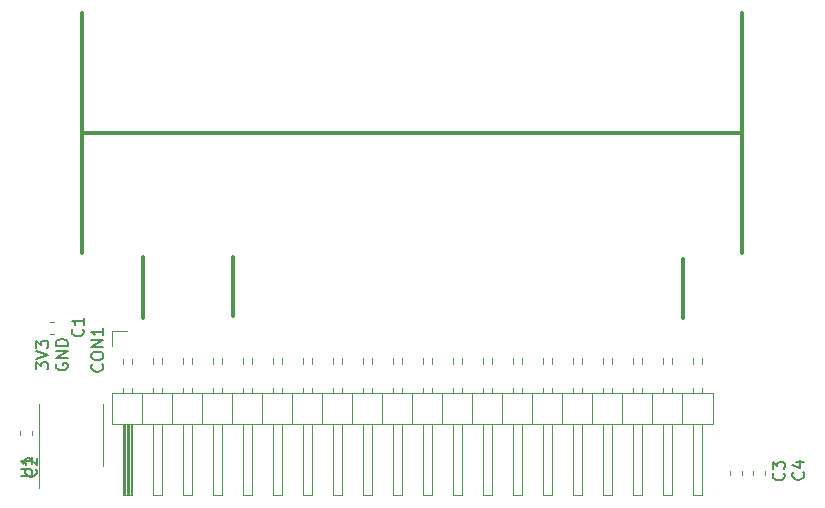
<source format=gto>
G04 #@! TF.GenerationSoftware,KiCad,Pcbnew,(5.1.4-0)*
G04 #@! TF.CreationDate,2019-11-08T19:26:01-06:00*
G04 #@! TF.ProjectId,cartprotoboardmini,63617274-7072-46f7-946f-626f6172646d,rev?*
G04 #@! TF.SameCoordinates,Original*
G04 #@! TF.FileFunction,Legend,Top*
G04 #@! TF.FilePolarity,Positive*
%FSLAX46Y46*%
G04 Gerber Fmt 4.6, Leading zero omitted, Abs format (unit mm)*
G04 Created by KiCad (PCBNEW (5.1.4-0)) date 2019-11-08 19:26:01*
%MOMM*%
%LPD*%
G04 APERTURE LIST*
%ADD10C,0.300000*%
%ADD11C,0.150000*%
%ADD12C,0.120000*%
G04 APERTURE END LIST*
D10*
X113284000Y-63754000D02*
X113284000Y-68897500D01*
X120904000Y-68770500D02*
X120904000Y-63754000D01*
X159004000Y-63881000D02*
X159004000Y-68897500D01*
D11*
X104291380Y-73247095D02*
X104291380Y-72628047D01*
X104672333Y-72961380D01*
X104672333Y-72818523D01*
X104719952Y-72723285D01*
X104767571Y-72675666D01*
X104862809Y-72628047D01*
X105100904Y-72628047D01*
X105196142Y-72675666D01*
X105243761Y-72723285D01*
X105291380Y-72818523D01*
X105291380Y-73104238D01*
X105243761Y-73199476D01*
X105196142Y-73247095D01*
X104291380Y-72342333D02*
X105291380Y-72009000D01*
X104291380Y-71675666D01*
X104291380Y-71437571D02*
X104291380Y-70818523D01*
X104672333Y-71151857D01*
X104672333Y-71009000D01*
X104719952Y-70913761D01*
X104767571Y-70866142D01*
X104862809Y-70818523D01*
X105100904Y-70818523D01*
X105196142Y-70866142D01*
X105243761Y-70913761D01*
X105291380Y-71009000D01*
X105291380Y-71294714D01*
X105243761Y-71389952D01*
X105196142Y-71437571D01*
X105989000Y-72770904D02*
X105941380Y-72866142D01*
X105941380Y-73009000D01*
X105989000Y-73151857D01*
X106084238Y-73247095D01*
X106179476Y-73294714D01*
X106369952Y-73342333D01*
X106512809Y-73342333D01*
X106703285Y-73294714D01*
X106798523Y-73247095D01*
X106893761Y-73151857D01*
X106941380Y-73009000D01*
X106941380Y-72913761D01*
X106893761Y-72770904D01*
X106846142Y-72723285D01*
X106512809Y-72723285D01*
X106512809Y-72913761D01*
X106941380Y-72294714D02*
X105941380Y-72294714D01*
X106941380Y-71723285D01*
X105941380Y-71723285D01*
X106941380Y-71247095D02*
X105941380Y-71247095D01*
X105941380Y-71009000D01*
X105989000Y-70866142D01*
X106084238Y-70770904D01*
X106179476Y-70723285D01*
X106369952Y-70675666D01*
X106512809Y-70675666D01*
X106703285Y-70723285D01*
X106798523Y-70770904D01*
X106893761Y-70866142D01*
X106941380Y-71009000D01*
X106941380Y-71247095D01*
D10*
X108140500Y-43100000D02*
X108140500Y-63373000D01*
X164030000Y-53225000D02*
X108150000Y-53225000D01*
X164020500Y-43100000D02*
X164020500Y-63373000D01*
D12*
X110670000Y-75240000D02*
X161590000Y-75240000D01*
X161590000Y-75240000D02*
X161590000Y-77900000D01*
X161590000Y-77900000D02*
X110670000Y-77900000D01*
X110670000Y-77900000D02*
X110670000Y-75240000D01*
X111620000Y-77900000D02*
X111620000Y-83900000D01*
X111620000Y-83900000D02*
X112380000Y-83900000D01*
X112380000Y-83900000D02*
X112380000Y-77900000D01*
X111680000Y-77900000D02*
X111680000Y-83900000D01*
X111800000Y-77900000D02*
X111800000Y-83900000D01*
X111920000Y-77900000D02*
X111920000Y-83900000D01*
X112040000Y-77900000D02*
X112040000Y-83900000D01*
X112160000Y-77900000D02*
X112160000Y-83900000D01*
X112280000Y-77900000D02*
X112280000Y-83900000D01*
X111620000Y-74842929D02*
X111620000Y-75240000D01*
X112380000Y-74842929D02*
X112380000Y-75240000D01*
X111620000Y-72370000D02*
X111620000Y-72757071D01*
X112380000Y-72370000D02*
X112380000Y-72757071D01*
X113270000Y-75240000D02*
X113270000Y-77900000D01*
X114160000Y-77900000D02*
X114160000Y-83900000D01*
X114160000Y-83900000D02*
X114920000Y-83900000D01*
X114920000Y-83900000D02*
X114920000Y-77900000D01*
X114160000Y-74842929D02*
X114160000Y-75240000D01*
X114920000Y-74842929D02*
X114920000Y-75240000D01*
X114160000Y-72302929D02*
X114160000Y-72757071D01*
X114920000Y-72302929D02*
X114920000Y-72757071D01*
X115810000Y-75240000D02*
X115810000Y-77900000D01*
X116700000Y-77900000D02*
X116700000Y-83900000D01*
X116700000Y-83900000D02*
X117460000Y-83900000D01*
X117460000Y-83900000D02*
X117460000Y-77900000D01*
X116700000Y-74842929D02*
X116700000Y-75240000D01*
X117460000Y-74842929D02*
X117460000Y-75240000D01*
X116700000Y-72302929D02*
X116700000Y-72757071D01*
X117460000Y-72302929D02*
X117460000Y-72757071D01*
X118350000Y-75240000D02*
X118350000Y-77900000D01*
X119240000Y-77900000D02*
X119240000Y-83900000D01*
X119240000Y-83900000D02*
X120000000Y-83900000D01*
X120000000Y-83900000D02*
X120000000Y-77900000D01*
X119240000Y-74842929D02*
X119240000Y-75240000D01*
X120000000Y-74842929D02*
X120000000Y-75240000D01*
X119240000Y-72302929D02*
X119240000Y-72757071D01*
X120000000Y-72302929D02*
X120000000Y-72757071D01*
X120890000Y-75240000D02*
X120890000Y-77900000D01*
X121780000Y-77900000D02*
X121780000Y-83900000D01*
X121780000Y-83900000D02*
X122540000Y-83900000D01*
X122540000Y-83900000D02*
X122540000Y-77900000D01*
X121780000Y-74842929D02*
X121780000Y-75240000D01*
X122540000Y-74842929D02*
X122540000Y-75240000D01*
X121780000Y-72302929D02*
X121780000Y-72757071D01*
X122540000Y-72302929D02*
X122540000Y-72757071D01*
X123430000Y-75240000D02*
X123430000Y-77900000D01*
X124320000Y-77900000D02*
X124320000Y-83900000D01*
X124320000Y-83900000D02*
X125080000Y-83900000D01*
X125080000Y-83900000D02*
X125080000Y-77900000D01*
X124320000Y-74842929D02*
X124320000Y-75240000D01*
X125080000Y-74842929D02*
X125080000Y-75240000D01*
X124320000Y-72302929D02*
X124320000Y-72757071D01*
X125080000Y-72302929D02*
X125080000Y-72757071D01*
X125970000Y-75240000D02*
X125970000Y-77900000D01*
X126860000Y-77900000D02*
X126860000Y-83900000D01*
X126860000Y-83900000D02*
X127620000Y-83900000D01*
X127620000Y-83900000D02*
X127620000Y-77900000D01*
X126860000Y-74842929D02*
X126860000Y-75240000D01*
X127620000Y-74842929D02*
X127620000Y-75240000D01*
X126860000Y-72302929D02*
X126860000Y-72757071D01*
X127620000Y-72302929D02*
X127620000Y-72757071D01*
X128510000Y-75240000D02*
X128510000Y-77900000D01*
X129400000Y-77900000D02*
X129400000Y-83900000D01*
X129400000Y-83900000D02*
X130160000Y-83900000D01*
X130160000Y-83900000D02*
X130160000Y-77900000D01*
X129400000Y-74842929D02*
X129400000Y-75240000D01*
X130160000Y-74842929D02*
X130160000Y-75240000D01*
X129400000Y-72302929D02*
X129400000Y-72757071D01*
X130160000Y-72302929D02*
X130160000Y-72757071D01*
X131050000Y-75240000D02*
X131050000Y-77900000D01*
X131940000Y-77900000D02*
X131940000Y-83900000D01*
X131940000Y-83900000D02*
X132700000Y-83900000D01*
X132700000Y-83900000D02*
X132700000Y-77900000D01*
X131940000Y-74842929D02*
X131940000Y-75240000D01*
X132700000Y-74842929D02*
X132700000Y-75240000D01*
X131940000Y-72302929D02*
X131940000Y-72757071D01*
X132700000Y-72302929D02*
X132700000Y-72757071D01*
X133590000Y-75240000D02*
X133590000Y-77900000D01*
X134480000Y-77900000D02*
X134480000Y-83900000D01*
X134480000Y-83900000D02*
X135240000Y-83900000D01*
X135240000Y-83900000D02*
X135240000Y-77900000D01*
X134480000Y-74842929D02*
X134480000Y-75240000D01*
X135240000Y-74842929D02*
X135240000Y-75240000D01*
X134480000Y-72302929D02*
X134480000Y-72757071D01*
X135240000Y-72302929D02*
X135240000Y-72757071D01*
X136130000Y-75240000D02*
X136130000Y-77900000D01*
X137020000Y-77900000D02*
X137020000Y-83900000D01*
X137020000Y-83900000D02*
X137780000Y-83900000D01*
X137780000Y-83900000D02*
X137780000Y-77900000D01*
X137020000Y-74842929D02*
X137020000Y-75240000D01*
X137780000Y-74842929D02*
X137780000Y-75240000D01*
X137020000Y-72302929D02*
X137020000Y-72757071D01*
X137780000Y-72302929D02*
X137780000Y-72757071D01*
X138670000Y-75240000D02*
X138670000Y-77900000D01*
X139560000Y-77900000D02*
X139560000Y-83900000D01*
X139560000Y-83900000D02*
X140320000Y-83900000D01*
X140320000Y-83900000D02*
X140320000Y-77900000D01*
X139560000Y-74842929D02*
X139560000Y-75240000D01*
X140320000Y-74842929D02*
X140320000Y-75240000D01*
X139560000Y-72302929D02*
X139560000Y-72757071D01*
X140320000Y-72302929D02*
X140320000Y-72757071D01*
X141210000Y-75240000D02*
X141210000Y-77900000D01*
X142100000Y-77900000D02*
X142100000Y-83900000D01*
X142100000Y-83900000D02*
X142860000Y-83900000D01*
X142860000Y-83900000D02*
X142860000Y-77900000D01*
X142100000Y-74842929D02*
X142100000Y-75240000D01*
X142860000Y-74842929D02*
X142860000Y-75240000D01*
X142100000Y-72302929D02*
X142100000Y-72757071D01*
X142860000Y-72302929D02*
X142860000Y-72757071D01*
X143750000Y-75240000D02*
X143750000Y-77900000D01*
X144640000Y-77900000D02*
X144640000Y-83900000D01*
X144640000Y-83900000D02*
X145400000Y-83900000D01*
X145400000Y-83900000D02*
X145400000Y-77900000D01*
X144640000Y-74842929D02*
X144640000Y-75240000D01*
X145400000Y-74842929D02*
X145400000Y-75240000D01*
X144640000Y-72302929D02*
X144640000Y-72757071D01*
X145400000Y-72302929D02*
X145400000Y-72757071D01*
X146290000Y-75240000D02*
X146290000Y-77900000D01*
X147180000Y-77900000D02*
X147180000Y-83900000D01*
X147180000Y-83900000D02*
X147940000Y-83900000D01*
X147940000Y-83900000D02*
X147940000Y-77900000D01*
X147180000Y-74842929D02*
X147180000Y-75240000D01*
X147940000Y-74842929D02*
X147940000Y-75240000D01*
X147180000Y-72302929D02*
X147180000Y-72757071D01*
X147940000Y-72302929D02*
X147940000Y-72757071D01*
X148830000Y-75240000D02*
X148830000Y-77900000D01*
X149720000Y-77900000D02*
X149720000Y-83900000D01*
X149720000Y-83900000D02*
X150480000Y-83900000D01*
X150480000Y-83900000D02*
X150480000Y-77900000D01*
X149720000Y-74842929D02*
X149720000Y-75240000D01*
X150480000Y-74842929D02*
X150480000Y-75240000D01*
X149720000Y-72302929D02*
X149720000Y-72757071D01*
X150480000Y-72302929D02*
X150480000Y-72757071D01*
X151370000Y-75240000D02*
X151370000Y-77900000D01*
X152260000Y-77900000D02*
X152260000Y-83900000D01*
X152260000Y-83900000D02*
X153020000Y-83900000D01*
X153020000Y-83900000D02*
X153020000Y-77900000D01*
X152260000Y-74842929D02*
X152260000Y-75240000D01*
X153020000Y-74842929D02*
X153020000Y-75240000D01*
X152260000Y-72302929D02*
X152260000Y-72757071D01*
X153020000Y-72302929D02*
X153020000Y-72757071D01*
X153910000Y-75240000D02*
X153910000Y-77900000D01*
X154800000Y-77900000D02*
X154800000Y-83900000D01*
X154800000Y-83900000D02*
X155560000Y-83900000D01*
X155560000Y-83900000D02*
X155560000Y-77900000D01*
X154800000Y-74842929D02*
X154800000Y-75240000D01*
X155560000Y-74842929D02*
X155560000Y-75240000D01*
X154800000Y-72302929D02*
X154800000Y-72757071D01*
X155560000Y-72302929D02*
X155560000Y-72757071D01*
X156450000Y-75240000D02*
X156450000Y-77900000D01*
X157340000Y-77900000D02*
X157340000Y-83900000D01*
X157340000Y-83900000D02*
X158100000Y-83900000D01*
X158100000Y-83900000D02*
X158100000Y-77900000D01*
X157340000Y-74842929D02*
X157340000Y-75240000D01*
X158100000Y-74842929D02*
X158100000Y-75240000D01*
X157340000Y-72302929D02*
X157340000Y-72757071D01*
X158100000Y-72302929D02*
X158100000Y-72757071D01*
X158990000Y-75240000D02*
X158990000Y-77900000D01*
X159880000Y-77900000D02*
X159880000Y-83900000D01*
X159880000Y-83900000D02*
X160640000Y-83900000D01*
X160640000Y-83900000D02*
X160640000Y-77900000D01*
X159880000Y-74842929D02*
X159880000Y-75240000D01*
X160640000Y-74842929D02*
X160640000Y-75240000D01*
X159880000Y-72302929D02*
X159880000Y-72757071D01*
X160640000Y-72302929D02*
X160640000Y-72757071D01*
X112000000Y-69990000D02*
X110730000Y-69990000D01*
X110730000Y-69990000D02*
X110730000Y-71260000D01*
X102931500Y-78450221D02*
X102931500Y-78775779D01*
X103951500Y-78450221D02*
X103951500Y-78775779D01*
X105447221Y-69220000D02*
X105772779Y-69220000D01*
X105447221Y-70240000D02*
X105772779Y-70240000D01*
X164010000Y-81837221D02*
X164010000Y-82162779D01*
X162990000Y-81837221D02*
X162990000Y-82162779D01*
X104470000Y-78800000D02*
X104470000Y-83275000D01*
X104470000Y-78800000D02*
X104470000Y-76175000D01*
X109930000Y-78800000D02*
X109930000Y-81425000D01*
X109930000Y-78800000D02*
X109930000Y-76175000D01*
X164990000Y-81837221D02*
X164990000Y-82162779D01*
X166010000Y-81837221D02*
X166010000Y-82162779D01*
D11*
X109857142Y-72814285D02*
X109904761Y-72861904D01*
X109952380Y-73004761D01*
X109952380Y-73100000D01*
X109904761Y-73242857D01*
X109809523Y-73338095D01*
X109714285Y-73385714D01*
X109523809Y-73433333D01*
X109380952Y-73433333D01*
X109190476Y-73385714D01*
X109095238Y-73338095D01*
X109000000Y-73242857D01*
X108952380Y-73100000D01*
X108952380Y-73004761D01*
X109000000Y-72861904D01*
X109047619Y-72814285D01*
X108952380Y-72195238D02*
X108952380Y-72004761D01*
X109000000Y-71909523D01*
X109095238Y-71814285D01*
X109285714Y-71766666D01*
X109619047Y-71766666D01*
X109809523Y-71814285D01*
X109904761Y-71909523D01*
X109952380Y-72004761D01*
X109952380Y-72195238D01*
X109904761Y-72290476D01*
X109809523Y-72385714D01*
X109619047Y-72433333D01*
X109285714Y-72433333D01*
X109095238Y-72385714D01*
X109000000Y-72290476D01*
X108952380Y-72195238D01*
X109952380Y-71338095D02*
X108952380Y-71338095D01*
X109952380Y-70766666D01*
X108952380Y-70766666D01*
X109952380Y-69766666D02*
X109952380Y-70338095D01*
X109952380Y-70052380D02*
X108952380Y-70052380D01*
X109095238Y-70147619D01*
X109190476Y-70242857D01*
X109238095Y-70338095D01*
X104243142Y-81700666D02*
X104290761Y-81748285D01*
X104338380Y-81891142D01*
X104338380Y-81986380D01*
X104290761Y-82129238D01*
X104195523Y-82224476D01*
X104100285Y-82272095D01*
X103909809Y-82319714D01*
X103766952Y-82319714D01*
X103576476Y-82272095D01*
X103481238Y-82224476D01*
X103386000Y-82129238D01*
X103338380Y-81986380D01*
X103338380Y-81891142D01*
X103386000Y-81748285D01*
X103433619Y-81700666D01*
X103433619Y-81319714D02*
X103386000Y-81272095D01*
X103338380Y-81176857D01*
X103338380Y-80938761D01*
X103386000Y-80843523D01*
X103433619Y-80795904D01*
X103528857Y-80748285D01*
X103624095Y-80748285D01*
X103766952Y-80795904D01*
X104338380Y-81367333D01*
X104338380Y-80748285D01*
X108199142Y-69840166D02*
X108246761Y-69887785D01*
X108294380Y-70030642D01*
X108294380Y-70125880D01*
X108246761Y-70268738D01*
X108151523Y-70363976D01*
X108056285Y-70411595D01*
X107865809Y-70459214D01*
X107722952Y-70459214D01*
X107532476Y-70411595D01*
X107437238Y-70363976D01*
X107342000Y-70268738D01*
X107294380Y-70125880D01*
X107294380Y-70030642D01*
X107342000Y-69887785D01*
X107389619Y-69840166D01*
X108294380Y-68887785D02*
X108294380Y-69459214D01*
X108294380Y-69173500D02*
X107294380Y-69173500D01*
X107437238Y-69268738D01*
X107532476Y-69363976D01*
X107580095Y-69459214D01*
X167552642Y-82018166D02*
X167600261Y-82065785D01*
X167647880Y-82208642D01*
X167647880Y-82303880D01*
X167600261Y-82446738D01*
X167505023Y-82541976D01*
X167409785Y-82589595D01*
X167219309Y-82637214D01*
X167076452Y-82637214D01*
X166885976Y-82589595D01*
X166790738Y-82541976D01*
X166695500Y-82446738D01*
X166647880Y-82303880D01*
X166647880Y-82208642D01*
X166695500Y-82065785D01*
X166743119Y-82018166D01*
X166647880Y-81684833D02*
X166647880Y-81065785D01*
X167028833Y-81399119D01*
X167028833Y-81256261D01*
X167076452Y-81161023D01*
X167124071Y-81113404D01*
X167219309Y-81065785D01*
X167457404Y-81065785D01*
X167552642Y-81113404D01*
X167600261Y-81161023D01*
X167647880Y-81256261D01*
X167647880Y-81541976D01*
X167600261Y-81637214D01*
X167552642Y-81684833D01*
X102952380Y-82261904D02*
X103761904Y-82261904D01*
X103857142Y-82214285D01*
X103904761Y-82166666D01*
X103952380Y-82071428D01*
X103952380Y-81880952D01*
X103904761Y-81785714D01*
X103857142Y-81738095D01*
X103761904Y-81690476D01*
X102952380Y-81690476D01*
X103952380Y-80690476D02*
X103952380Y-81261904D01*
X103952380Y-80976190D02*
X102952380Y-80976190D01*
X103095238Y-81071428D01*
X103190476Y-81166666D01*
X103238095Y-81261904D01*
X169203642Y-81954666D02*
X169251261Y-82002285D01*
X169298880Y-82145142D01*
X169298880Y-82240380D01*
X169251261Y-82383238D01*
X169156023Y-82478476D01*
X169060785Y-82526095D01*
X168870309Y-82573714D01*
X168727452Y-82573714D01*
X168536976Y-82526095D01*
X168441738Y-82478476D01*
X168346500Y-82383238D01*
X168298880Y-82240380D01*
X168298880Y-82145142D01*
X168346500Y-82002285D01*
X168394119Y-81954666D01*
X168632214Y-81097523D02*
X169298880Y-81097523D01*
X168251261Y-81335619D02*
X168965547Y-81573714D01*
X168965547Y-80954666D01*
M02*

</source>
